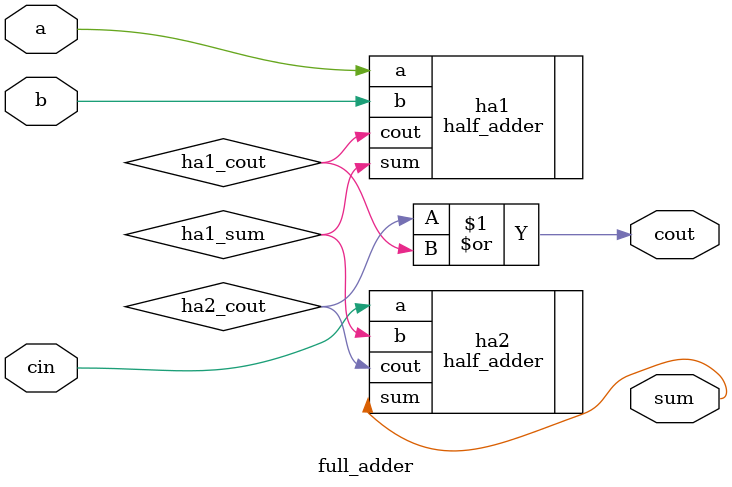
<source format=sv>
module full_adder (
    input  logic a,
    input  logic b,
    input  logic cin,
    output logic cout,
    output logic sum
);
  logic ha1_sum, ha1_cout, ha2_cout;

  half_adder ha1 (
      .a(a),
      .b(b),
      .sum(ha1_sum),
      .cout(ha1_cout)
  );
  half_adder ha2 (
      .a(cin),
      .b(ha1_sum),
      .sum(sum),
      .cout(ha2_cout)
  );

  assign cout = ha2_cout | ha1_cout;
endmodule

</source>
